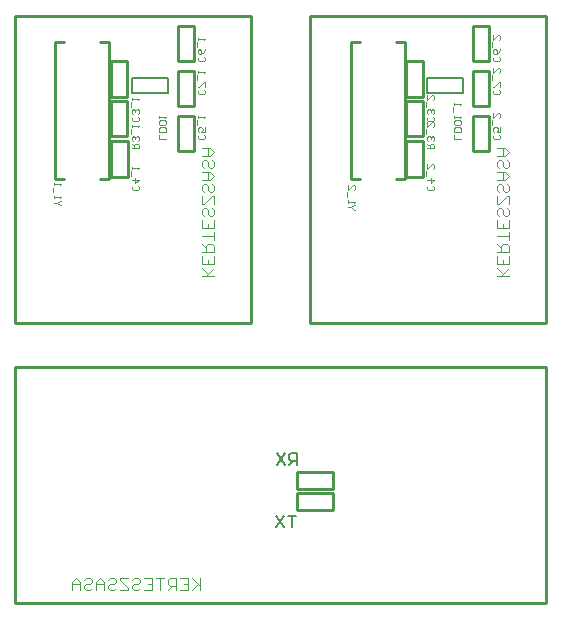
<source format=gbo>
%FSTAX24Y24*%
%MOIN*%
G70*
G01*
G75*
G04 Layer_Color=65535*
%ADD10O,0.0630X0.0138*%
%ADD11R,0.0630X0.0138*%
%ADD12R,0.0315X0.0374*%
%ADD13O,0.0709X0.0118*%
%ADD14O,0.0118X0.0709*%
%ADD15R,0.0374X0.0315*%
%ADD16O,0.0138X0.0630*%
%ADD17R,0.0138X0.0630*%
%ADD18R,0.0630X0.0630*%
%ADD19R,0.0551X0.0827*%
%ADD20R,0.1004X0.0374*%
%ADD21R,0.1004X0.1299*%
%ADD22R,0.0512X0.0472*%
%ADD23R,0.0472X0.0512*%
%ADD24C,0.0100*%
%ADD25C,0.0200*%
%ADD26R,0.0591X0.0591*%
%ADD27C,0.0591*%
%ADD28R,0.0591X0.0591*%
%ADD29C,0.1181*%
%ADD30C,0.0787*%
%ADD31C,0.0320*%
%ADD32C,0.0472*%
%ADD33R,0.0900X0.2200*%
%ADD34R,0.0217X0.0472*%
%ADD35R,0.0256X0.0472*%
%ADD36C,0.0079*%
%ADD37C,0.0098*%
%ADD38C,0.0236*%
%ADD39C,0.0039*%
%ADD40C,0.0039*%
%ADD41O,0.0710X0.0218*%
%ADD42R,0.0710X0.0218*%
%ADD43R,0.0395X0.0454*%
%ADD44O,0.0789X0.0198*%
%ADD45O,0.0198X0.0789*%
%ADD46R,0.0454X0.0395*%
%ADD47O,0.0218X0.0710*%
%ADD48R,0.0218X0.0710*%
%ADD49R,0.0710X0.0710*%
%ADD50R,0.0631X0.0907*%
%ADD51R,0.1084X0.0454*%
%ADD52R,0.1084X0.1379*%
%ADD53R,0.0592X0.0552*%
%ADD54R,0.0552X0.0592*%
%ADD55R,0.0671X0.0671*%
%ADD56C,0.0671*%
%ADD57R,0.0671X0.0671*%
%ADD58C,0.1261*%
%ADD59C,0.0867*%
%ADD60C,0.0400*%
%ADD61C,0.0552*%
%ADD62R,0.0980X0.2280*%
%ADD63R,0.0256X0.0512*%
%ADD64R,0.0336X0.0552*%
D24*
X030996Y025083D02*
Y029633D01*
X032796Y025083D02*
Y029633D01*
X030996Y025083D02*
X031296D01*
X032496D02*
X032796D01*
X032496Y029633D02*
X032796D01*
X030996D02*
X031296D01*
X032841Y026494D02*
Y027675D01*
Y026494D02*
X033393D01*
Y027675D01*
X032841D02*
X033393D01*
X035067Y027509D02*
Y028691D01*
Y027509D02*
X035618D01*
Y028691D01*
X035067D02*
X035618D01*
Y029009D02*
Y030191D01*
X035067D02*
X035618D01*
X035067Y029009D02*
Y030191D01*
Y029009D02*
X035618D01*
X035067Y026009D02*
Y027191D01*
Y026009D02*
X035618D01*
Y027191D01*
X035067D02*
X035618D01*
X033402Y025156D02*
Y026337D01*
X032851D02*
X033402D01*
X032851Y025156D02*
Y026337D01*
Y025156D02*
X033402D01*
X033393Y027823D02*
Y029004D01*
X032841D02*
X033393D01*
X032841Y027823D02*
Y029004D01*
Y027823D02*
X033393D01*
X021154Y025083D02*
Y029633D01*
X022954Y025083D02*
Y029633D01*
X021154Y025083D02*
X021454D01*
X022654D02*
X022954D01*
X022654Y029633D02*
X022954D01*
X021154D02*
X021454D01*
X022999Y026494D02*
Y027675D01*
Y026494D02*
X02355D01*
Y027675D01*
X022999D02*
X02355D01*
X025224Y027509D02*
Y028691D01*
Y027509D02*
X025776D01*
Y028691D01*
X025224D02*
X025776D01*
Y029009D02*
Y030191D01*
X025224D02*
X025776D01*
X025224Y029009D02*
Y030191D01*
Y029009D02*
X025776D01*
X025224Y026009D02*
Y027191D01*
Y026009D02*
X025776D01*
Y027191D01*
X025224D02*
X025776D01*
X02356Y025156D02*
Y026337D01*
X023009D02*
X02356D01*
X023009Y025156D02*
Y026337D01*
Y025156D02*
X02356D01*
X02355Y027823D02*
Y029004D01*
X022999D02*
X02355D01*
X022999Y027823D02*
Y029004D01*
Y027823D02*
X02355D01*
X030391Y014758D02*
Y015309D01*
X029209Y014758D02*
X030391D01*
X029209D02*
Y015309D01*
X030391D01*
Y01405D02*
Y014601D01*
X029209Y01405D02*
X030391D01*
X029209D02*
Y014601D01*
X030391D01*
X0198Y01095D02*
Y018824D01*
Y01095D02*
X037517D01*
Y018824D01*
X0198D02*
X037517D01*
X027674Y020264D02*
Y0305D01*
X0198Y020264D02*
X027674D01*
X0198D02*
Y0305D01*
X027674D01*
X037517Y020264D02*
Y0305D01*
X029643Y020264D02*
X037517D01*
X029643D02*
Y0305D01*
X037517D01*
D36*
X03353Y027947D02*
Y028447D01*
X034751Y027947D02*
Y028447D01*
X03353D02*
X034751D01*
X03353Y027947D02*
X034751D01*
X023688D02*
Y028447D01*
X024908Y027947D02*
Y028447D01*
X023688D02*
X024908D01*
X023688Y027947D02*
X024908D01*
X029209Y015546D02*
Y015939D01*
X029013D01*
X028947Y015874D01*
Y015742D01*
X029013Y015677D01*
X029209D01*
X029078D02*
X028947Y015546D01*
X028816Y015939D02*
X028553Y015546D01*
Y015939D02*
X028816Y015546D01*
X02917Y013853D02*
X028908D01*
X029039D01*
Y013459D01*
X028777Y013853D02*
X028514Y013459D01*
Y013853D02*
X028777Y013459D01*
D40*
X031136Y02405D02*
X031097D01*
X031018Y024129D01*
X031097Y024207D01*
X031136D01*
X031018Y024129D02*
X0309D01*
Y024286D02*
Y024365D01*
Y024325D01*
X031136D01*
X031097Y024286D01*
X030861Y024483D02*
Y02464D01*
X0309Y024876D02*
Y024719D01*
X031057Y024876D01*
X031097D01*
X031136Y024837D01*
Y024758D01*
X031097Y024719D01*
X033543Y0261D02*
X033779D01*
Y026218D01*
X033739Y026257D01*
X033661D01*
X033621Y026218D01*
Y0261D01*
Y026179D02*
X033543Y026257D01*
X033739Y026336D02*
X033779Y026376D01*
Y026454D01*
X033739Y026494D01*
X0337D01*
X033661Y026454D01*
Y026415D01*
Y026454D01*
X033621Y026494D01*
X033582D01*
X033543Y026454D01*
Y026376D01*
X033582Y026336D01*
X033503Y026572D02*
Y02673D01*
X033543Y026966D02*
Y026808D01*
X0337Y026966D01*
X033739D01*
X033779Y026927D01*
Y026848D01*
X033739Y026808D01*
X034679Y0264D02*
X034443D01*
Y026557D01*
X034679Y026636D02*
X034443D01*
Y026754D01*
X034482Y026794D01*
X034639D01*
X034679Y026754D01*
Y026636D01*
Y02699D02*
Y026912D01*
X034639Y026872D01*
X034482D01*
X034443Y026912D01*
Y02699D01*
X034482Y02703D01*
X034639D01*
X034679Y02699D01*
X034443Y027108D02*
Y027187D01*
Y027148D01*
X034679D01*
X034639Y027108D01*
X034403Y027305D02*
Y027463D01*
X034443Y027541D02*
Y02762D01*
Y027581D01*
X034679D01*
X034639Y027541D01*
X035939Y028057D02*
X035979Y028018D01*
Y027939D01*
X035939Y0279D01*
X035782D01*
X035743Y027939D01*
Y028018D01*
X035782Y028057D01*
X035979Y028136D02*
Y028294D01*
X035939D01*
X035782Y028136D01*
X035743D01*
X035703Y028372D02*
Y02853D01*
X035743Y028766D02*
Y028608D01*
X0359Y028766D01*
X035939D01*
X035979Y028726D01*
Y028648D01*
X035939Y028608D01*
Y029157D02*
X035979Y029118D01*
Y029039D01*
X035939Y029D01*
X035782D01*
X035743Y029039D01*
Y029118D01*
X035782Y029157D01*
X035979Y029394D02*
X035939Y029315D01*
X035861Y029236D01*
X035782D01*
X035743Y029276D01*
Y029354D01*
X035782Y029394D01*
X035821D01*
X035861Y029354D01*
Y029236D01*
X035703Y029472D02*
Y02963D01*
X035743Y029866D02*
Y029708D01*
X0359Y029866D01*
X035939D01*
X035979Y029827D01*
Y029748D01*
X035939Y029708D01*
Y026557D02*
X035979Y026518D01*
Y026439D01*
X035939Y0264D01*
X035782D01*
X035743Y026439D01*
Y026518D01*
X035782Y026557D01*
X035979Y026794D02*
Y026636D01*
X035861D01*
X0359Y026715D01*
Y026754D01*
X035861Y026794D01*
X035782D01*
X035743Y026754D01*
Y026676D01*
X035782Y026636D01*
X035703Y026872D02*
Y02703D01*
X035743Y027266D02*
Y027108D01*
X0359Y027266D01*
X035939D01*
X035979Y027227D01*
Y027148D01*
X035939Y027108D01*
X033739Y024857D02*
X033779Y024818D01*
Y024739D01*
X033739Y0247D01*
X033582D01*
X033543Y024739D01*
Y024818D01*
X033582Y024857D01*
X033543Y025054D02*
X033779D01*
X033661Y024936D01*
Y025094D01*
X033503Y025172D02*
Y02533D01*
X033543Y025566D02*
Y025408D01*
X0337Y025566D01*
X033739D01*
X033779Y025526D01*
Y025448D01*
X033739Y025408D01*
Y027157D02*
X033779Y027118D01*
Y027039D01*
X033739Y027D01*
X033582D01*
X033543Y027039D01*
Y027118D01*
X033582Y027157D01*
X033739Y027236D02*
X033779Y027276D01*
Y027354D01*
X033739Y027394D01*
X0337D01*
X033661Y027354D01*
Y027315D01*
Y027354D01*
X033621Y027394D01*
X033582D01*
X033543Y027354D01*
Y027276D01*
X033582Y027236D01*
X033503Y027472D02*
Y02763D01*
X033543Y027866D02*
Y027708D01*
X0337Y027866D01*
X033739D01*
X033779Y027826D01*
Y027748D01*
X033739Y027708D01*
X036282Y02183D02*
X035883D01*
X036016D01*
X036282Y022097D01*
X036082Y021897D01*
X035883Y022097D01*
X036282Y022496D02*
Y02223D01*
X035883D01*
Y022496D01*
X036082Y02223D02*
Y022363D01*
X035883Y02263D02*
X036282D01*
Y02283D01*
X036216Y022896D01*
X036082D01*
X036016Y02283D01*
Y02263D01*
Y022763D02*
X035883Y022896D01*
X036282Y02303D02*
Y023296D01*
Y023163D01*
X035883D01*
X036282Y023696D02*
Y023429D01*
X035883D01*
Y023696D01*
X036082Y023429D02*
Y023563D01*
X036216Y024096D02*
X036282Y024029D01*
Y023896D01*
X036216Y023829D01*
X036149D01*
X036082Y023896D01*
Y024029D01*
X036016Y024096D01*
X035949D01*
X035883Y024029D01*
Y023896D01*
X035949Y023829D01*
X036282Y024229D02*
Y024496D01*
X036216D01*
X035949Y024229D01*
X035883D01*
Y024496D01*
X036216Y024896D02*
X036282Y024829D01*
Y024696D01*
X036216Y024629D01*
X036149D01*
X036082Y024696D01*
Y024829D01*
X036016Y024896D01*
X035949D01*
X035883Y024829D01*
Y024696D01*
X035949Y024629D01*
X035883Y025029D02*
X036149D01*
X036282Y025162D01*
X036149Y025296D01*
X035883D01*
X036082D01*
Y025029D01*
X036216Y025695D02*
X036282Y025629D01*
Y025495D01*
X036216Y025429D01*
X036149D01*
X036082Y025495D01*
Y025629D01*
X036016Y025695D01*
X035949D01*
X035883Y025629D01*
Y025495D01*
X035949Y025429D01*
X035883Y025829D02*
X036149D01*
X036282Y025962D01*
X036149Y026095D01*
X035883D01*
X036082D01*
Y025829D01*
X021336Y0242D02*
X021297D01*
X021218Y024279D01*
X021297Y024357D01*
X021336D01*
X021218Y024279D02*
X0211D01*
Y024436D02*
Y024515D01*
Y024476D01*
X021336D01*
X021297Y024436D01*
X021061Y024633D02*
Y02479D01*
X0211Y024869D02*
Y024948D01*
Y024908D01*
X021336D01*
X021297Y024869D01*
X0237Y0261D02*
X023936D01*
Y026218D01*
X023897Y026257D01*
X023818D01*
X023779Y026218D01*
Y0261D01*
Y026179D02*
X0237Y026257D01*
X023897Y026336D02*
X023936Y026376D01*
Y026454D01*
X023897Y026494D01*
X023857D01*
X023818Y026454D01*
Y026415D01*
Y026454D01*
X023779Y026494D01*
X023739D01*
X0237Y026454D01*
Y026376D01*
X023739Y026336D01*
X023661Y026572D02*
Y02673D01*
X0237Y026808D02*
Y026887D01*
Y026848D01*
X023936D01*
X023897Y026808D01*
X024836Y0264D02*
X0246D01*
Y026557D01*
X024836Y026636D02*
X0246D01*
Y026754D01*
X024639Y026794D01*
X024797D01*
X024836Y026754D01*
Y026636D01*
Y02699D02*
Y026912D01*
X024797Y026872D01*
X024639D01*
X0246Y026912D01*
Y02699D01*
X024639Y02703D01*
X024797D01*
X024836Y02699D01*
X0246Y027108D02*
Y027187D01*
Y027148D01*
X024836D01*
X024797Y027108D01*
X026097Y028057D02*
X026136Y028018D01*
Y027939D01*
X026097Y0279D01*
X025939D01*
X0259Y027939D01*
Y028018D01*
X025939Y028057D01*
X026136Y028136D02*
Y028294D01*
X026097D01*
X025939Y028136D01*
X0259D01*
X025861Y028372D02*
Y02853D01*
X0259Y028608D02*
Y028687D01*
Y028648D01*
X026136D01*
X026097Y028608D01*
Y029157D02*
X026136Y029118D01*
Y029039D01*
X026097Y029D01*
X025939D01*
X0259Y029039D01*
Y029118D01*
X025939Y029157D01*
X026136Y029394D02*
X026097Y029315D01*
X026018Y029236D01*
X025939D01*
X0259Y029276D01*
Y029354D01*
X025939Y029394D01*
X025979D01*
X026018Y029354D01*
Y029236D01*
X025861Y029472D02*
Y02963D01*
X0259Y029708D02*
Y029787D01*
Y029748D01*
X026136D01*
X026097Y029708D01*
Y026557D02*
X026136Y026518D01*
Y026439D01*
X026097Y0264D01*
X025939D01*
X0259Y026439D01*
Y026518D01*
X025939Y026557D01*
X026136Y026794D02*
Y026636D01*
X026018D01*
X026057Y026715D01*
Y026754D01*
X026018Y026794D01*
X025939D01*
X0259Y026754D01*
Y026676D01*
X025939Y026636D01*
X025861Y026872D02*
Y02703D01*
X0259Y027108D02*
Y027187D01*
Y027148D01*
X026136D01*
X026097Y027108D01*
X023897Y024857D02*
X023936Y024818D01*
Y024739D01*
X023897Y0247D01*
X023739D01*
X0237Y024739D01*
Y024818D01*
X023739Y024857D01*
X0237Y025054D02*
X023936D01*
X023818Y024936D01*
Y025094D01*
X023661Y025172D02*
Y02533D01*
X0237Y025408D02*
Y025487D01*
Y025448D01*
X023936D01*
X023897Y025408D01*
Y027157D02*
X023936Y027118D01*
Y027039D01*
X023897Y027D01*
X023739D01*
X0237Y027039D01*
Y027118D01*
X023739Y027157D01*
X023897Y027236D02*
X023936Y027276D01*
Y027354D01*
X023897Y027394D01*
X023857D01*
X023818Y027354D01*
Y027315D01*
Y027354D01*
X023779Y027394D01*
X023739D01*
X0237Y027354D01*
Y027276D01*
X023739Y027236D01*
X023661Y027472D02*
Y02763D01*
X0237Y027708D02*
Y027787D01*
Y027748D01*
X023936D01*
X023897Y027708D01*
X02644Y02183D02*
X02604D01*
X026173D01*
X02644Y022097D01*
X02624Y021897D01*
X02604Y022097D01*
X02644Y022496D02*
Y02223D01*
X02604D01*
Y022496D01*
X02624Y02223D02*
Y022363D01*
X02604Y02263D02*
X02644D01*
Y02283D01*
X026373Y022896D01*
X02624D01*
X026173Y02283D01*
Y02263D01*
Y022763D02*
X02604Y022896D01*
X02644Y02303D02*
Y023296D01*
Y023163D01*
X02604D01*
X02644Y023696D02*
Y023429D01*
X02604D01*
Y023696D01*
X02624Y023429D02*
Y023563D01*
X026373Y024096D02*
X02644Y024029D01*
Y023896D01*
X026373Y023829D01*
X026307D01*
X02624Y023896D01*
Y024029D01*
X026173Y024096D01*
X026107D01*
X02604Y024029D01*
Y023896D01*
X026107Y023829D01*
X02644Y024229D02*
Y024496D01*
X026373D01*
X026107Y024229D01*
X02604D01*
Y024496D01*
X026373Y024896D02*
X02644Y024829D01*
Y024696D01*
X026373Y024629D01*
X026307D01*
X02624Y024696D01*
Y024829D01*
X026173Y024896D01*
X026107D01*
X02604Y024829D01*
Y024696D01*
X026107Y024629D01*
X02604Y025029D02*
X026307D01*
X02644Y025162D01*
X026307Y025296D01*
X02604D01*
X02624D01*
Y025029D01*
X026373Y025695D02*
X02644Y025629D01*
Y025495D01*
X026373Y025429D01*
X026307D01*
X02624Y025495D01*
Y025629D01*
X026173Y025695D01*
X026107D01*
X02604Y025629D01*
Y025495D01*
X026107Y025429D01*
X02604Y025829D02*
X026307D01*
X02644Y025962D01*
X026307Y026095D01*
X02604D01*
X02624D01*
Y025829D01*
X025981Y01179D02*
Y01139D01*
Y011523D01*
X025715Y01179D01*
X025914Y01159D01*
X025715Y01139D01*
X025315Y01179D02*
X025581D01*
Y01139D01*
X025315D01*
X025581Y01159D02*
X025448D01*
X025181Y01139D02*
Y01179D01*
X024981D01*
X024915Y011723D01*
Y01159D01*
X024981Y011523D01*
X025181D01*
X025048D02*
X024915Y01139D01*
X024781Y01179D02*
X024515D01*
X024648D01*
Y01139D01*
X024115Y01179D02*
X024382D01*
Y01139D01*
X024115D01*
X024382Y01159D02*
X024248D01*
X023715Y011723D02*
X023782Y01179D01*
X023915D01*
X023982Y011723D01*
Y011656D01*
X023915Y01159D01*
X023782D01*
X023715Y011523D01*
Y011456D01*
X023782Y01139D01*
X023915D01*
X023982Y011456D01*
X023582Y01179D02*
X023315D01*
Y011723D01*
X023582Y011456D01*
Y01139D01*
X023315D01*
X022915Y011723D02*
X022982Y01179D01*
X023115D01*
X023182Y011723D01*
Y011656D01*
X023115Y01159D01*
X022982D01*
X022915Y011523D01*
Y011456D01*
X022982Y01139D01*
X023115D01*
X023182Y011456D01*
X022782Y01139D02*
Y011656D01*
X022649Y01179D01*
X022516Y011656D01*
Y01139D01*
Y01159D01*
X022782D01*
X022116Y011723D02*
X022182Y01179D01*
X022316D01*
X022382Y011723D01*
Y011656D01*
X022316Y01159D01*
X022182D01*
X022116Y011523D01*
Y011456D01*
X022182Y01139D01*
X022316D01*
X022382Y011456D01*
X021982Y01139D02*
Y011656D01*
X021849Y01179D01*
X021716Y011656D01*
Y01139D01*
Y01159D01*
X021982D01*
M02*

</source>
